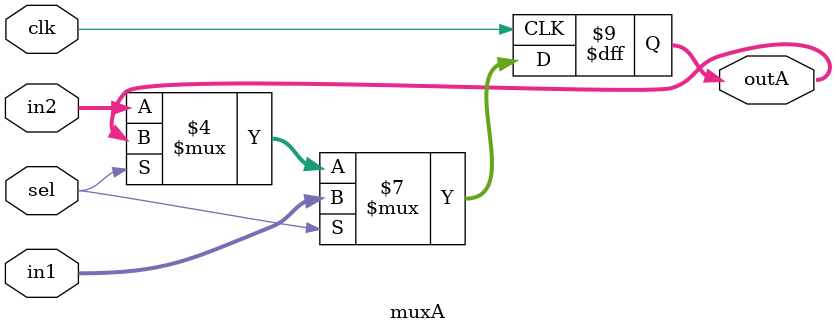
<source format=v>

module muxA ( clk, in1, in2, sel, outA);
input clk;
input [15:0] in1;
input [15:0] in2;
input sel;
output [15:0] outA;

reg [15:0] outA;

always@(posedge clk)
begin
	if ( sel == 1 ) begin
	outA <= in1;
	end
	else if ( sel == 0) begin
	outA <= in2;
	end
end
endmodule
</source>
